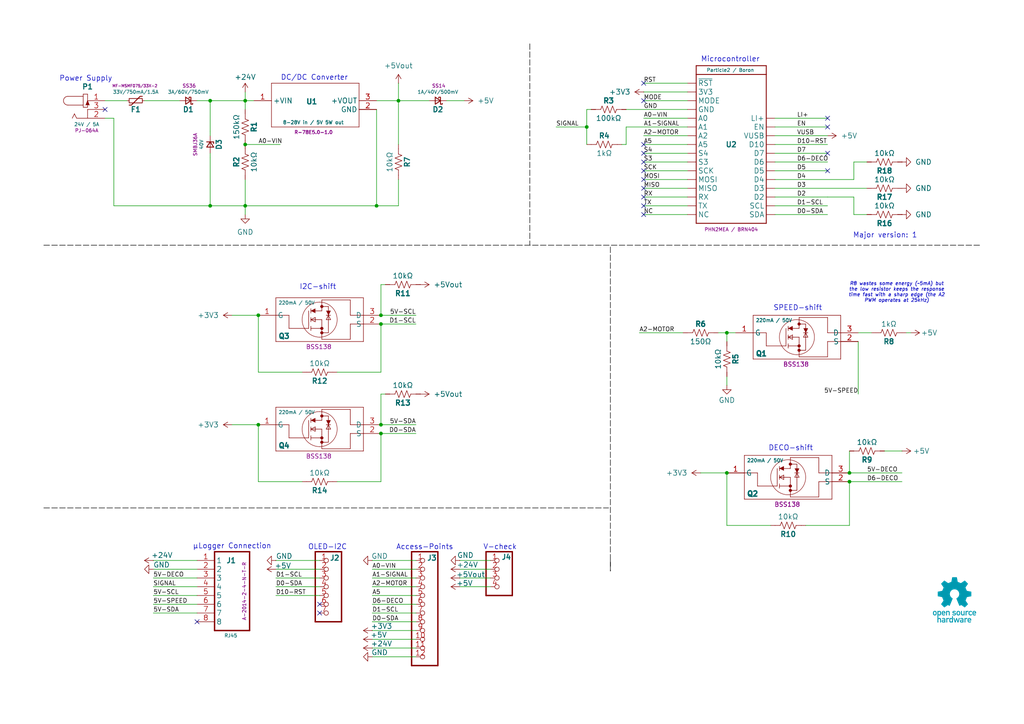
<source format=kicad_sch>
(kicad_sch (version 20250114) (generator "eeschema") (generator_version "9.0")
  (paper "A4")
  (title_block (title "${PROJ_TITLE}") (date "2025-12-08") (rev "${PROJ_REV}") (comment 1 "https://creativecommons.org/licenses/by-sa/4.0/") (comment 2 "Released under the Creative Commons Share-Alike 4.0 License") (comment 3 "Designed by ${PROJ_AUTHOR}"))
  (lib_symbols
    (symbol "symbols:+24V" (power) (pin_numbers (hide yes)) (pin_names (offset 0) (hide yes))
      (property "Value" "+24V" (at 0 3.556 0))
      (symbol "+24V_1_1"
        (pin power_in line (at 0 0 90) (length 0) (name "~") (number "1"))
      )
    )
    (symbol "symbols:+3V3" (power) (pin_numbers (hide yes)) (pin_names (offset 0) (hide yes))
      (property "Value" "+3V3" (at -0.508 3.81 0))
      (symbol "+3V3_1_1"
        (pin power_in line (at 0 0 90) (length 0) (name "~") (number "1"))
      )
    )
    (symbol "symbols:+5V" (power) (pin_numbers (hide yes)) (pin_names (offset 0) (hide yes))
      (property "Value" "+5V" (at 0 3.556 0))
      (symbol "+5V_1_1"
        (pin power_in line (at 0 0 90) (length 0) (name "~") (number "1"))
      )
    )
    (symbol "symbols:+5Vout" (power) (pin_numbers (hide yes)) (pin_names (offset 0) (hide yes))
      (property "Value" "+5Vout" (at 0 3.556 0))
      (symbol "+5Vout_1_1"
        (pin power_in line (at 0 0 90) (length 0) (name "~") (number "1"))
      )
    )
    (symbol "symbols:DC_DC_converter_R-78E5.0-1.0"
      (property "Reference" "U" (at 19.304 -0.254 0))
      (property "Value" "8-28V in / 5V 5W out" (at 10.922 -6.858 0))
      (property "MPN" "R-78E5.0-1.0" (at 19.812 -9.144 0))
      (symbol "DC_DC_converter_R-78E5.0-1.0_1_0"
        (pin power_in line (at 2.54 0 0) (length 5.08) (name "+VIN") (number "1"))
        (pin output line (at 38.1 0 180) (length 5.08) (name "+VOUT") (number "3"))
        (pin passive line (at 38.1 -2.54 180) (length 5.08) (name "GND") (number "2"))
      )
    )
    (symbol "symbols:D_Schottky_1A_40V_500mV" (pin_numbers (hide yes)) (pin_names (offset 1.016) (hide yes))
      (property "Reference" "D" (at 0 2.54 0))
      (property "Value" "1A/40V/500mV" (at 0 -2.54 0))
      (property "MPN" "SS14" (at -0.254 -4.318 0))
      (symbol "D_Schottky_1A_40V_500mV_1_1"
        (pin passive line (at -2.54 0 0) (length 1.778) (name "K") (number "1"))
        (pin passive line (at 2.54 0 180) (length 1.778) (name "A") (number "2"))
      )
    )
    (symbol "symbols:D_Schottky_3A_60V_750mV" (pin_numbers (hide yes)) (pin_names (offset 1.016) (hide yes))
      (property "Reference" "D" (at 0 2.54 0))
      (property "Value" "3A/60V/750mV" (at 0 -2.54 0))
      (property "MPN" "SS36" (at -0.254 -4.318 0))
      (symbol "D_Schottky_3A_60V_750mV_1_1"
        (pin passive line (at -2.54 0 0) (length 1.778) (name "K") (number "1"))
        (pin passive line (at 2.54 0 180) (length 1.778) (name "A") (number "2"))
      )
    )
    (symbol "symbols:D_Zener_40V" (pin_numbers (hide yes)) (pin_names (offset 1.016) (hide yes))
      (property "Reference" "D" (at 0 2.54 0))
      (property "Value" "40V" (at 0 -2.54 0))
      (property "MPN" "SMBJ36A" (at 0 -4.318 0))
      (symbol "D_Zener_40V_1_1"
        (pin passive line (at -2.54 0 0) (length 1.778) (name "K") (number "1"))
        (pin passive line (at 2.54 0 180) (length 1.778) (name "A") (number "2"))
      )
    )
    (symbol "symbols:Fuse_33V_750mA_1.5A" (pin_numbers (hide yes)) (pin_names (offset 0))
      (property "Reference" "F" (at 0 2.54 0))
      (property "Value" "33V/750mA/1.5A" (at 0 -2.54 0))
      (property "MPN" "MF-MSMF075/33X-2" (at 0.254 -4.318 0))
      (symbol "Fuse_33V_750mA_1.5A_1_1"
        (pin passive line (at -2.54 0 0) (length 0.635) (name "~") (number "1"))
        (pin passive line (at 2.54 0 180) (length 0.635) (name "~") (number "2"))
      )
    )
    (symbol "symbols:GND" (power) (pin_numbers (hide yes)) (pin_names (offset 0) (hide yes))
      (property "Value" "GND" (at 0 -3.81 0))
      (symbol "GND_1_1"
        (pin power_in line (at 0 0 270) (length 0) (name "~") (number "1"))
      )
    )
    (symbol "symbols:PHOTON2"
      (property "Reference" "U" (at 0 0 0))
      (property "Value" "Particle2 / Boron" (at -0.254 21.59 0))
      (property "MPN" "PHN2MEA / BRN404" (at 0 -24.638 0))
      (symbol "PHOTON2_1_0"
        (pin input line (at -12.7 17.78 0) (length 2.54) (name "~{RST}") (number "1"))
        (pin power_in line (at -12.7 15.24 0) (length 2.54) (name "3V3") (number "2"))
        (pin bidirectional line (at -12.7 12.7 0) (length 2.54) (name "MODE") (number "3"))
        (pin power_in line (at -12.7 10.16 0) (length 2.54) (name "GND") (number "4"))
        (pin bidirectional line (at -12.7 7.62 0) (length 2.54) (name "A0") (number "5"))
        (pin bidirectional line (at -12.7 5.08 0) (length 2.54) (name "A1") (number "6"))
        (pin bidirectional line (at -12.7 2.54 0) (length 2.54) (name "A2") (number "7"))
        (pin bidirectional line (at -12.7 0 0) (length 2.54) (name "A5") (number "8"))
        (pin bidirectional line (at -12.7 -2.54 0) (length 2.54) (name "S4") (number "9"))
        (pin bidirectional line (at -12.7 -5.08 0) (length 2.54) (name "S3") (number "10"))
        (pin bidirectional line (at -12.7 -7.62 0) (length 2.54) (name "SCK") (number "11"))
        (pin bidirectional line (at -12.7 -10.16 0) (length 2.54) (name "MOSI") (number "12"))
        (pin bidirectional line (at -12.7 -12.7 0) (length 2.54) (name "MISO") (number "13"))
        (pin bidirectional line (at -12.7 -15.24 0) (length 2.54) (name "RX") (number "14"))
        (pin bidirectional line (at -12.7 -17.78 0) (length 2.54) (name "TX") (number "15"))
        (pin bidirectional line (at -12.7 -20.32 0) (length 2.54) (name "NC") (number "16"))
        (pin power_in line (at 12.7 7.62 180) (length 2.54) (name "LI+") (number "28"))
        (pin input line (at 12.7 5.08 180) (length 2.54) (name "EN") (number "27"))
        (pin power_in line (at 12.7 2.54 180) (length 2.54) (name "VUSB") (number "26"))
        (pin bidirectional line (at 12.7 0 180) (length 2.54) (name "D10") (number "25"))
        (pin bidirectional line (at 12.7 -2.54 180) (length 2.54) (name "D7") (number "24"))
        (pin bidirectional line (at 12.7 -5.08 180) (length 2.54) (name "D6") (number "23"))
        (pin bidirectional line (at 12.7 -7.62 180) (length 2.54) (name "D5") (number "22"))
        (pin bidirectional line (at 12.7 -10.16 180) (length 2.54) (name "D4") (number "21"))
        (pin bidirectional line (at 12.7 -12.7 180) (length 2.54) (name "D3") (number "20"))
        (pin bidirectional line (at 12.7 -15.24 180) (length 2.54) (name "D2") (number "19"))
        (pin bidirectional line (at 12.7 -17.78 180) (length 2.54) (name "SCL") (number "18"))
        (pin bidirectional line (at 12.7 -20.32 180) (length 2.54) (name "SDA") (number "17"))
      )
    )
    (symbol "symbols:PINHD-1X12"
      (property "Reference" "J" (at 0.762 13.208 0))
      (symbol "PINHD-1X12_1_0"
        (pin passive inverted (at -5.08 12.7 0) (length 2.54) (name "1") (number "1"))
        (pin passive inverted (at -5.08 10.16 0) (length 2.54) (name "2") (number "2"))
        (pin passive inverted (at -5.08 7.62 0) (length 2.54) (name "3") (number "3"))
        (pin passive inverted (at -5.08 5.08 0) (length 2.54) (name "4") (number "4"))
        (pin passive inverted (at -5.08 2.54 0) (length 2.54) (name "5") (number "5"))
        (pin passive inverted (at -5.08 0 0) (length 2.54) (name "6") (number "6"))
        (pin passive inverted (at -5.08 -2.54 0) (length 2.54) (name "7") (number "7"))
        (pin passive inverted (at -5.08 -5.08 0) (length 2.54) (name "8") (number "8"))
        (pin passive inverted (at -5.08 -7.62 0) (length 2.54) (name "9") (number "9"))
        (pin passive inverted (at -5.08 -10.16 0) (length 2.54) (name "10") (number "10"))
        (pin passive inverted (at -5.08 -12.7 0) (length 2.54) (name "11") (number "11"))
        (pin passive inverted (at -5.08 -15.24 0) (length 2.54) (name "12") (number "12"))
      )
    )
    (symbol "symbols:PINHD-1X4"
      (property "Reference" "J" (at 0.762 5.842 0))
      (symbol "PINHD-1X4_1_0"
        (pin passive inverted (at -5.08 5.08 0) (length 2.54) (name "1") (number "1"))
        (pin passive inverted (at -5.08 2.54 0) (length 2.54) (name "2") (number "2"))
        (pin passive inverted (at -5.08 0 0) (length 2.54) (name "3") (number "3"))
        (pin passive inverted (at -5.08 -2.54 0) (length 2.54) (name "4") (number "4"))
      )
    )
    (symbol "symbols:PINHD-1X7"
      (property "Reference" "J" (at 0.762 8.382 0))
      (symbol "PINHD-1X7_1_0"
        (pin passive inverted (at -5.08 7.62 0) (length 2.54) (name "1") (number "1"))
        (pin passive inverted (at -5.08 5.08 0) (length 2.54) (name "2") (number "2"))
        (pin passive inverted (at -5.08 2.54 0) (length 2.54) (name "3") (number "3"))
        (pin passive inverted (at -5.08 0 0) (length 2.54) (name "4") (number "4"))
        (pin passive inverted (at -5.08 -2.54 0) (length 2.54) (name "5") (number "5"))
        (pin passive inverted (at -5.08 -5.08 0) (length 2.54) (name "6") (number "6"))
        (pin passive inverted (at -5.08 -7.62 0) (length 2.54) (name "7") (number "7"))
      )
    )
    (symbol "symbols:PWR_JACK_PJ-064A"
      (property "Reference" "P" (at 0 6.604 0))
      (property "Value" "24V / 5A" (at -0.254 -4.318 0))
      (property "MPN" "PJ-064A" (at -0.254 -6.096 0))
      (symbol "PWR_JACK_PJ-064A_1_0"
        (pin passive line (at 5.08 2.54 180) (length 5.08) (name "1") (number "1"))
        (pin passive line (at 5.08 0 180) (length 5.08) (name "3") (number "3"))
        (pin passive line (at 5.08 -2.54 180) (length 5.08) (name "2") (number "2"))
      )
    )
    (symbol "symbols:Q_NMOS_220mA_50V"
      (property "Reference" "Q" (at 8.128 -7.112 0))
      (property "Value" "220mA / 50V" (at 8.382 3.048 0))
      (property "MPN" "BSS138" (at 20.066 -9.144 0))
      (symbol "Q_NMOS_220mA_50V_1_0"
        (pin passive line (at 2.54 0 0) (length 5.08) (name "G") (number "1"))
        (pin passive line (at 38.1 0 180) (length 5.08) (name "D") (number "3"))
        (pin passive line (at 38.1 -2.54 180) (length 5.08) (name "S") (number "2"))
      )
    )
    (symbol "symbols:RJ45_A-2014-2-4-N-T-R"
      (property "Reference" "J" (at -0.254 10.16 0))
      (property "Value" "RJ45" (at -2.286 -12.192 0))
      (property "MPN" "A-2014-2-4-N-T-R" (at 3.556 1.27 90))
      (symbol "RJ45_A-2014-2-4-N-T-R_1_0"
        (pin passive line (at -10.16 10.16 0) (length 5.08) (name "1") (number "1"))
        (pin passive line (at -10.16 7.62 0) (length 5.08) (name "2") (number "2"))
        (pin passive line (at -10.16 5.08 0) (length 5.08) (name "3") (number "3"))
        (pin passive line (at -10.16 2.54 0) (length 5.08) (name "4") (number "4"))
        (pin passive line (at -10.16 0 0) (length 5.08) (name "5") (number "5"))
        (pin passive line (at -10.16 -2.54 0) (length 5.08) (name "6") (number "6"))
        (pin passive line (at -10.16 -5.08 0) (length 5.08) (name "7") (number "7"))
        (pin passive line (at -10.16 -7.62 0) (length 5.08) (name "8") (number "8"))
      )
    )
    (symbol "symbols:R_US" (pin_numbers (hide yes)) (pin_names (offset 0))
      (property "Reference" "R" (at 0 -2.54 0))
      (property "Value" "Ω" (at 0 2.54 0))
      (symbol "R_US_1_1"
        (pin passive line (at -5.08 0 0) (length 1.27) (name "~") (number "2"))
        (pin passive line (at 5.08 0 180) (length 1.27) (name "~") (number "1"))
      )
    )
  )
  (text "Major version: 1 " (at 257.302 68.326 0) (effects (font (size 1.5 1.5))))
  (text "µLogger Connection\n" (at 67.31 158.496 0) (effects (font (size 1.5 1.5))))
  (text "Microcontroller\n" (at 211.836 17.272 0) (effects (font (size 1.5 1.5))))
  (text "R8 wastes some energy (~5mA) but\nthe low resistor keeps the response\ntime fast with a sharp edge (the A2\nPWM operates at 25kHz)" (at 260.096 84.836 0) (effects (font (size 1 1) (italic yes))))
  (text "SPEED-shift" (at 231.394 89.408 0) (effects (font (size 1.5 1.5))))
  (text "Power Supply" (at 24.892 22.86 0) (effects (font (size 1.5 1.5))))
  (text "DC/DC Converter" (at 91.186 22.606 0) (effects (font (size 1.5 1.5))))
  (text "Access-Points" (at 123.19 158.75 0) (effects (font (size 1.5 1.5))))
  (text "V-check" (at 145.034 158.75 0) (effects (font (size 1.5 1.5))))
  (text "DECO-shift" (at 229.362 130.048 0) (effects (font (size 1.5 1.5))))
  (text "I2C-shift" (at 92.202 83.312 0) (effects (font (size 1.5 1.5))))
  (text "OLED-I2C" (at 94.996 158.75 0) (effects (font (size 1.5 1.5))))
  (junction (at 74.93 91.44))
  (junction (at 170.18 36.83))
  (junction (at 60.96 29.21))
  (junction (at 110.49 125.73))
  (junction (at 246.38 139.7))
  (junction (at 60.96 59.69))
  (junction (at 74.93 123.19))
  (junction (at 71.12 59.69))
  (junction (at 71.12 29.21))
  (junction (at 210.82 96.52))
  (junction (at 110.49 91.44))
  (junction (at 109.22 59.69))
  (junction (at 110.49 93.98))
  (junction (at 110.49 123.19))
  (junction (at 115.57 29.21))
  (junction (at 246.38 137.16))
  (junction (at 71.12 41.91))
  (junction (at 210.82 137.16))
  (no_connect (at 186.69 41.91))
  (no_connect (at 186.69 52.07))
  (no_connect (at 186.69 24.13))
  (no_connect (at 240.03 44.45))
  (no_connect (at 240.03 36.83))
  (no_connect (at 186.69 62.23))
  (no_connect (at 186.69 29.21))
  (no_connect (at 186.69 57.15))
  (no_connect (at 30.48 31.75))
  (no_connect (at 186.69 46.99))
  (no_connect (at 186.69 49.53))
  (no_connect (at 240.03 49.53))
  (no_connect (at 92.71 175.26))
  (no_connect (at 240.03 34.29))
  (no_connect (at 92.71 177.8))
  (no_connect (at 57.15 180.34))
  (no_connect (at 186.69 44.45))
  (no_connect (at 186.69 54.61))
  (no_connect (at 186.69 59.69))
  (wire (pts (xy 60.96 45.72) (xy 60.96 59.69)) (stroke (width 0.1524)))
  (wire (pts (xy 248.92 96.52) (xy 252.73 96.52)) (stroke (width 0.1524)))
  (wire (pts (xy 110.49 93.98) (xy 120.65 93.98)))
  (wire (pts (xy 120.65 180.34) (xy 107.95 180.34)) (stroke (width 0.1524)))
  (wire (pts (xy 240.03 39.37) (xy 231.14 39.37)))
  (wire (pts (xy 41.91 29.21) (xy 52.07 29.21)) (stroke (width 0.1524)))
  (wire (pts (xy 170.18 36.83) (xy 161.29 36.83)) (stroke (width 0.1524)))
  (wire (pts (xy 199.39 57.15) (xy 186.69 57.15)) (stroke (width 0.1524)))
  (wire (pts (xy 110.49 91.44) (xy 110.49 82.55)))
  (wire (pts (xy 57.15 162.56) (xy 44.45 162.56)) (stroke (width 0.1524)))
  (wire (pts (xy 210.82 137.16) (xy 210.82 152.4)) (stroke (width 0.1524)))
  (wire (pts (xy 74.93 107.95) (xy 74.93 91.44)))
  (wire (pts (xy 247.65 46.99) (xy 247.65 52.07)) (stroke (width 0.1524)))
  (wire (pts (xy 57.15 167.64) (xy 44.45 167.64)) (stroke (width 0.1524)))
  (wire (pts (xy 231.14 39.37) (xy 224.79 39.37)) (stroke (width 0.1524)))
  (wire (pts (xy 246.38 152.4) (xy 246.38 139.7)) (stroke (width 0.1524)))
  (wire (pts (xy 110.49 82.55) (xy 111.76 82.55)))
  (wire (pts (xy 67.31 91.44) (xy 74.93 91.44)))
  (wire (pts (xy 199.39 34.29) (xy 186.69 34.29)) (stroke (width 0.1524)))
  (wire (pts (xy 210.82 137.16) (xy 203.2 137.16)) (stroke (width 0.1524)))
  (wire (pts (xy 246.38 137.16) (xy 246.38 130.81)) (stroke (width 0.1524)))
  (wire (pts (xy 60.96 38.1) (xy 60.96 39.37)))
  (wire (pts (xy 199.39 26.67) (xy 186.69 26.67)) (stroke (width 0.1524)))
  (wire (pts (xy 57.15 165.1) (xy 44.45 165.1)) (stroke (width 0.1524)))
  (wire (pts (xy 199.39 29.21) (xy 186.69 29.21)) (stroke (width 0.1524)))
  (wire (pts (xy 33.02 34.29) (xy 30.48 34.29)) (stroke (width 0.1524)))
  (wire (pts (xy 247.65 62.23) (xy 247.65 57.15)))
  (wire (pts (xy 60.96 44.45) (xy 60.96 45.72)))
  (wire (pts (xy 224.79 54.61) (xy 251.46 54.61)) (stroke (width 0.1524)))
  (wire (pts (xy 120.65 177.8) (xy 107.95 177.8)) (stroke (width 0.1524)))
  (wire (pts (xy 247.65 46.99) (xy 251.46 46.99)) (stroke (width 0.1524)))
  (wire (pts (xy 181.61 41.91) (xy 181.61 36.83)) (stroke (width 0.1524)))
  (wire (pts (xy 115.57 29.21) (xy 109.22 29.21)))
  (wire (pts (xy 71.12 62.23) (xy 71.12 59.69)))
  (wire (pts (xy 124.46 29.21) (xy 115.57 29.21)))
  (wire (pts (xy 224.79 49.53) (xy 240.03 49.53)) (stroke (width 0.1524)))
  (wire (pts (xy 87.63 107.95) (xy 74.93 107.95)))
  (wire (pts (xy 71.12 41.91) (xy 81.28 41.91)) (stroke (width 0.1524)))
  (wire (pts (xy 92.71 172.72) (xy 80.01 172.72)) (stroke (width 0.1524)))
  (wire (pts (xy 199.39 62.23) (xy 186.69 62.23)) (stroke (width 0.1524)))
  (wire (pts (xy 110.49 123.19) (xy 110.49 114.3)))
  (wire (pts (xy 210.82 152.4) (xy 223.52 152.4)) (stroke (width 0.1524)))
  (wire (pts (xy 210.82 99.06) (xy 210.82 96.52)) (stroke (width 0.1524)))
  (wire (pts (xy 224.79 34.29) (xy 240.03 34.29)) (stroke (width 0.1524)))
  (wire (pts (xy 110.49 125.73) (xy 120.65 125.73)))
  (wire (pts (xy 120.65 167.64) (xy 107.95 167.64)) (stroke (width 0.1524)))
  (wire (pts (xy 33.02 34.29) (xy 33.02 59.69)) (stroke (width 0.1524)))
  (wire (pts (xy 224.79 41.91) (xy 240.03 41.91)) (stroke (width 0.1524)))
  (wire (pts (xy 246.38 139.7) (xy 261.62 139.7)) (stroke (width 0.1524)))
  (wire (pts (xy 170.18 31.75) (xy 170.18 36.83)))
  (wire (pts (xy 120.65 185.42) (xy 107.95 185.42)) (stroke (width 0.1524)))
  (wire (pts (xy 199.39 49.53) (xy 186.69 49.53)) (stroke (width 0.1524)))
  (wire (pts (xy 120.65 162.56) (xy 107.95 162.56)) (stroke (width 0.1524)))
  (wire (pts (xy 57.15 170.18) (xy 44.45 170.18)) (stroke (width 0.1524)))
  (wire (pts (xy 248.92 99.06) (xy 248.92 114.3)) (stroke (width 0.1524)))
  (wire (pts (xy 233.68 152.4) (xy 246.38 152.4)) (stroke (width 0.1524)))
  (wire (pts (xy 60.96 59.69) (xy 71.12 59.69)) (stroke (width 0.1524)))
  (wire (pts (xy 262.89 96.52) (xy 264.16 96.52)) (stroke (width 0.1524)))
  (wire (pts (xy 224.79 59.69) (xy 240.03 59.69)) (stroke (width 0.1524)))
  (wire (pts (xy 120.65 165.1) (xy 107.95 165.1)) (stroke (width 0.1524)))
  (wire (pts (xy 71.12 26.67) (xy 71.12 29.21)))
  (wire (pts (xy 199.39 24.13) (xy 186.69 24.13)) (stroke (width 0.1524)))
  (wire (pts (xy 120.65 175.26) (xy 107.95 175.26)) (stroke (width 0.1524)))
  (wire (pts (xy 115.57 24.13) (xy 115.57 29.21)))
  (wire (pts (xy 213.36 96.52) (xy 210.82 96.52)) (stroke (width 0.1524)))
  (wire (pts (xy 57.15 172.72) (xy 44.45 172.72)) (stroke (width 0.1524)))
  (wire (pts (xy 240.03 46.99) (xy 224.79 46.99)) (stroke (width 0.1524)))
  (wire (pts (xy 251.46 62.23) (xy 247.65 62.23)))
  (wire (pts (xy 199.39 54.61) (xy 186.69 54.61)) (stroke (width 0.1524)))
  (wire (pts (xy 92.71 167.64) (xy 80.01 167.64)) (stroke (width 0.1524)))
  (wire (pts (xy 256.54 130.81) (xy 261.62 130.81)) (stroke (width 0.1524)))
  (wire (pts (xy 110.49 139.7) (xy 110.49 125.73)))
  (wire (pts (xy 199.39 44.45) (xy 186.69 44.45)) (stroke (width 0.1524)))
  (wire (pts (xy 199.39 52.07) (xy 186.69 52.07)) (stroke (width 0.1524)))
  (wire (pts (xy 71.12 52.07) (xy 71.12 59.69)) (stroke (width 0.1524)))
  (wire (pts (xy 181.61 31.75) (xy 199.39 31.75)))
  (wire (pts (xy 170.18 41.91) (xy 170.18 36.83)))
  (wire (pts (xy 87.63 139.7) (xy 74.93 139.7)))
  (wire (pts (xy 71.12 29.21) (xy 73.66 29.21)) (stroke (width 0.1524)))
  (wire (pts (xy 247.65 57.15) (xy 240.03 57.15)))
  (wire (pts (xy 33.02 59.69) (xy 60.96 59.69)) (stroke (width 0.1524)))
  (wire (pts (xy 115.57 52.07) (xy 115.57 59.69)))
  (wire (pts (xy 115.57 29.21) (xy 115.57 41.91)))
  (wire (pts (xy 142.24 170.18) (xy 133.35 170.18)) (stroke (width 0.1524)))
  (wire (pts (xy 171.45 31.75) (xy 170.18 31.75)))
  (polyline (pts (xy 177.0407 71.632) (xy 177.0407 165.612)) (stroke (width 0) (type dash) (color 0 0 0 1)))
  (wire (pts (xy 57.15 177.8) (xy 44.45 177.8)) (stroke (width 0.1524)))
  (wire (pts (xy 142.24 165.1) (xy 133.35 165.1)) (stroke (width 0.1524)))
  (wire (pts (xy 129.54 29.21) (xy 134.62 29.21)))
  (wire (pts (xy 199.39 59.69) (xy 186.69 59.69)) (stroke (width 0.1524)))
  (wire (pts (xy 71.12 59.69) (xy 109.22 59.69)) (stroke (width 0.1524)))
  (wire (pts (xy 247.65 52.07) (xy 224.79 52.07)) (stroke (width 0.1524)))
  (wire (pts (xy 110.49 107.95) (xy 110.49 93.98)))
  (wire (pts (xy 120.65 190.5) (xy 107.95 190.5)) (stroke (width 0.1524)))
  (wire (pts (xy 246.38 137.16) (xy 261.62 137.16)) (stroke (width 0.1524)))
  (wire (pts (xy 67.31 123.19) (xy 74.93 123.19)))
  (wire (pts (xy 92.71 162.56) (xy 80.01 162.56)) (stroke (width 0.1524)))
  (wire (pts (xy 110.49 91.44) (xy 120.65 91.44)))
  (wire (pts (xy 60.96 29.21) (xy 71.12 29.21)) (stroke (width 0.1524)))
  (wire (pts (xy 224.79 44.45) (xy 240.03 44.45)) (stroke (width 0.1524)))
  (wire (pts (xy 92.71 165.1) (xy 80.01 165.1)) (stroke (width 0.1524)))
  (wire (pts (xy 71.12 31.75) (xy 71.12 29.21)) (stroke (width 0.1524)))
  (wire (pts (xy 142.24 162.56) (xy 133.35 162.56)) (stroke (width 0.1524)))
  (wire (pts (xy 142.24 167.64) (xy 133.35 167.64)) (stroke (width 0.1524)))
  (wire (pts (xy 110.49 114.3) (xy 111.76 114.3)))
  (wire (pts (xy 224.79 62.23) (xy 240.03 62.23)) (stroke (width 0.1524)))
  (polyline (pts (xy 153.67 12.7) (xy 153.67 71.12)) (stroke (width 0) (type dash) (color 0 0 0 1)))
  (polyline (pts (xy 177.0407 162.56) (xy 177.0407 165.612)) (stroke (width 0) (type dash) (color 0 0 0 1)))
  (wire (pts (xy 120.65 187.96) (xy 107.95 187.96)) (stroke (width 0.1524)))
  (wire (pts (xy 120.65 172.72) (xy 107.95 172.72)) (stroke (width 0.1524)))
  (wire (pts (xy 92.71 170.18) (xy 80.01 170.18)) (stroke (width 0.1524)))
  (wire (pts (xy 57.15 29.21) (xy 60.96 29.21)) (stroke (width 0.1524)))
  (wire (pts (xy 30.48 29.21) (xy 36.83 29.21)) (stroke (width 0.1524)))
  (wire (pts (xy 224.79 36.83) (xy 240.03 36.83)) (stroke (width 0.1524)))
  (wire (pts (xy 224.79 57.15) (xy 240.03 57.15)) (stroke (width 0.1524)))
  (wire (pts (xy 210.82 109.22) (xy 210.82 111.76)) (stroke (width 0.1524)))
  (wire (pts (xy 210.82 96.52) (xy 208.28 96.52)) (stroke (width 0.1524)))
  (wire (pts (xy 115.57 59.69) (xy 109.22 59.69)))
  (wire (pts (xy 109.22 31.75) (xy 109.22 59.69)) (stroke (width 0.1524)))
  (wire (pts (xy 181.61 36.83) (xy 199.39 36.83)) (stroke (width 0.1524)))
  (wire (pts (xy 60.96 29.21) (xy 60.96 38.1)) (stroke (width 0.1524)))
  (polyline (pts (xy 12.7 71.12) (xy 284.48 71.12)) (stroke (width 0) (type dash) (color 0 0 0 1)))
  (wire (pts (xy 97.79 107.95) (xy 110.49 107.95)))
  (wire (pts (xy 199.39 39.37) (xy 186.69 39.37)) (stroke (width 0.1524)))
  (wire (pts (xy 110.49 123.19) (xy 120.65 123.19)))
  (wire (pts (xy 97.79 139.7) (xy 110.49 139.7)))
  (wire (pts (xy 57.15 175.26) (xy 44.45 175.26)) (stroke (width 0.1524)))
  (wire (pts (xy 74.93 139.7) (xy 74.93 123.19)))
  (wire (pts (xy 199.39 41.91) (xy 186.69 41.91)) (stroke (width 0.1524)))
  (wire (pts (xy 199.39 46.99) (xy 186.69 46.99)) (stroke (width 0.1524)))
  (wire (pts (xy 198.12 96.52) (xy 185.42 96.52)) (stroke (width 0.1524)))
  (wire (pts (xy 120.65 170.18) (xy 107.95 170.18)) (stroke (width 0.1524)))
  (polyline (pts (xy 12.7 147.32) (xy 176.53 147.32)) (stroke (width 0) (type dash) (color 0 0 0 1)))
  (wire (pts (xy 120.65 182.88) (xy 107.95 182.88)) (stroke (width 0.1524)))
  (wire (pts (xy 181.61 41.91) (xy 180.34 41.91)) (stroke (width 0.1524)))
  (image (at 276.86 173.99) (scale 0.05))
  (label "D10-RST" (at 80.01 172.72 0) (effects (font (size 1.2446 1.2446))))
  (label "SIGNAL" (at 161.29 36.83 0) (effects (font (size 1.2446 1.2446))))
  (label "NC" (at 186.69 62.23 0) (effects (font (size 1.2446 1.2446))))
  (label "D4" (at 231.14 52.07 0) (effects (font (size 1.2446 1.2446))))
  (label "D2" (at 231.14 57.15 0) (effects (font (size 1.2446 1.2446))))
  (label "A5" (at 186.69 41.91 0) (effects (font (size 1.2446 1.2446))))
  (label "S3" (at 186.69 46.99 0) (effects (font (size 1.2446 1.2446))))
  (label "A0-VIN" (at 186.69 34.29 0) (effects (font (size 1.2446 1.2446))))
  (label "D6-DECO" (at 231.14 46.99 0) (effects (font (size 1.2446 1.2446))))
  (label "A1-SIGNAL" (at 107.95 167.64 0) (effects (font (size 1.2446 1.2446))))
  (label "GND" (at 186.69 31.75 0) (effects (font (size 1.2446 1.2446))))
  (label "A5" (at 107.95 172.72 0) (effects (font (size 1.2446 1.2446))))
  (label "5V-SPEED" (at 44.45 175.26 0) (effects (font (size 1.2446 1.2446))))
  (label "TX" (at 186.69 59.69 0) (effects (font (size 1.2446 1.2446))))
  (label "5V-SCL" (at 44.45 172.72 0) (effects (font (size 1.2446 1.2446))))
  (label "A2-MOTOR" (at 107.95 170.18 0) (effects (font (size 1.2446 1.2446))))
  (label "5V-SDA" (at 44.45 177.8 0) (effects (font (size 1.2446 1.2446))))
  (label "D0-SDA" (at 107.95 180.34 0) (effects (font (size 1.2446 1.2446))))
  (label "5V-SCL" (at 120.65 91.44 180))
  (label "D5" (at 231.14 49.53 0) (effects (font (size 1.2446 1.2446))))
  (label "D7" (at 231.14 44.45 0) (effects (font (size 1.2446 1.2446))))
  (label "D6-DECO" (at 251.46 139.7 0) (effects (font (size 1.2446 1.2446))))
  (label "D0-SDA" (at 231.14 62.23 0) (effects (font (size 1.2446 1.2446))))
  (label "D1-SCL" (at 80.01 167.64 0) (effects (font (size 1.2446 1.2446))))
  (label "RX" (at 186.69 57.15 0) (effects (font (size 1.2446 1.2446))))
  (label "MODE" (at 186.69 29.21 0) (effects (font (size 1.2446 1.2446))))
  (label "D10-RST" (at 231.14 41.91 0) (effects (font (size 1.2446 1.2446))))
  (label "SIGNAL" (at 44.45 170.18 0) (effects (font (size 1.2446 1.2446))))
  (label "D6-DECO" (at 107.95 175.26 0) (effects (font (size 1.2446 1.2446))))
  (label "D0-SDA" (at 80.01 170.18 0) (effects (font (size 1.2446 1.2446))))
  (label "RST" (at 186.69 24.13 0) (effects (font (size 1.2446 1.2446))))
  (label "5V-DECO" (at 44.45 167.64 0) (effects (font (size 1.2446 1.2446))))
  (label "S4" (at 186.69 44.45 0) (effects (font (size 1.2446 1.2446))))
  (label "SCK" (at 186.69 49.53 0) (effects (font (size 1.2446 1.2446))))
  (label "A2-MOTOR" (at 186.69 39.37 0) (effects (font (size 1.2446 1.2446))))
  (label "D1-SCL" (at 231.14 59.69 0) (effects (font (size 1.2446 1.2446))))
  (label "D3" (at 231.14 54.61 0) (effects (font (size 1.2446 1.2446))))
  (label "D1-SCL" (at 107.95 177.8 0) (effects (font (size 1.2446 1.2446))))
  (label "LI+" (at 231.14 34.29 0) (effects (font (size 1.2446 1.2446))))
  (label "D1-SCL" (at 120.65 93.98 180))
  (label "A2-MOTOR" (at 185.42 96.52 0) (effects (font (size 1.2446 1.2446))))
  (label "D0-SDA" (at 120.65 125.73 180))
  (label "MOSI" (at 186.69 52.07 0) (effects (font (size 1.2446 1.2446))))
  (label "5V-SDA" (at 120.65 123.19 180))
  (label "A1-SIGNAL" (at 186.69 36.83 0) (effects (font (size 1.2446 1.2446))))
  (label "MISO" (at 186.69 54.61 0) (effects (font (size 1.2446 1.2446))))
  (label "VUSB" (at 231.14 39.37 0) (effects (font (size 1.2446 1.2446))))
  (label "A0-VIN" (at 74.93 41.91 0) (effects (font (size 1.2446 1.2446))))
  (label "5V-SPEED" (at 248.92 114.3 180) (effects (font (size 1.2446 1.2446))))
  (label "EN" (at 231.14 36.83 0) (effects (font (size 1.2446 1.2446))))
  (label "5V-DECO" (at 251.46 137.16 0) (effects (font (size 1.2446 1.2446))))
  (label "A0-VIN" (at 107.95 165.1 0) (effects (font (size 1.2446 1.2446))))
  (symbol (lib_id "symbols:+5V") (at 134.62 29.21 270) (unit 1)
    (property "Reference" "#PWR05" (effects (hide yes)))
    (property "Value" "+5V" (at 138.43 29.21 90) (effects (font (size 1.5 1.5)) (justify left)))
    (property "Description" "Power symbol creates a global label with name \"+5V\"" (effects (hide yes)))
  )
  (symbol (lib_id "symbols:R_US") (at 256.54 54.61 0) (unit 1)
    (property "Reference" "R17" (at 256.54 57.15 0) (effects (font (size 1.5 1.5) (thickness 0.3) (bold yes))))
    (property "Value" "10kΩ" (at 256.54 52.07 0) (effects (font (size 1.5 1.5))))
    (property "Footprint" "footprints:R_1206" (effects (hide yes)))
    (property "Description" "Resistor, US symbol" (effects (hide yes)))
  )
  (symbol (lib_id "symbols:R_US") (at 92.71 139.7 0) (unit 1)
    (property "Reference" "R14" (at 92.71 142.24 0) (effects (font (size 1.5 1.5) (thickness 0.3) (bold yes))))
    (property "Value" "10kΩ" (at 92.71 137.16 0) (effects (font (size 1.5 1.5))))
    (property "Footprint" "footprints:R_1206" (effects (hide yes)))
    (property "Description" "Resistor, US symbol" (effects (hide yes)))
  )
  (symbol (lib_id "symbols:R_US") (at 228.6 152.4 0) (unit 1)
    (property "Reference" "R10" (at 228.6 154.94 0) (effects (font (size 1.5 1.5) (thickness 0.3) (bold yes))))
    (property "Value" "10kΩ" (at 228.6 149.86 0) (effects (font (size 1.5 1.5))))
    (property "Footprint" "footprints:R_1206" (effects (hide yes)))
    (property "Description" "Resistor, US symbol" (effects (hide yes)))
  )
  (symbol (lib_id "symbols:+3V3") (at 186.69 26.67 90) (unit 1)
    (property "Reference" "#PWR024" (effects (hide yes)))
    (property "Value" "+3V3" (at 182.88 26.67 90) (effects (font (size 1.5 1.5)) (justify left)))
    (property "Description" "Power symbol creates a global label with name \"+5V\"" (effects (hide yes)))
  )
  (symbol (lib_id "symbols:+24V") (at 133.35 165.1 90) (unit 1)
    (property "Reference" "#PWR012" (effects (hide yes)))
    (property "Value" "+24V" (at 138.684 163.83 90) (effects (font (size 1.5 1.5)) (justify left)))
    (property "Description" "Power symbol creates a global label with name \"+24V\"" (effects (hide yes)))
  )
  (symbol (lib_id "symbols:GND") (at 80.01 162.56 270) (unit 1)
    (property "Reference" "#PWR018" (effects (hide yes)))
    (property "Value" "GND" (at 84.836 161.29 90) (effects (font (size 1.5 1.5)) (justify right)))
    (property "Description" "Power symbol creates a global label with name \"GND\" , ground" (effects (hide yes)))
  )
  (symbol (lib_id "symbols:+5V") (at 107.95 185.42 90) (unit 1)
    (property "Reference" "#PWR019" (effects (hide yes)))
    (property "Value" "+5V" (at 112.268 184.15 90) (effects (font (size 1.5 1.5)) (justify left)))
    (property "Description" "Power symbol creates a global label with name \"+5V\"" (effects (hide yes)))
  )
  (symbol (lib_id "symbols:RJ45_A-2014-2-4-N-T-R") (at 67.31 172.72 0) (unit 1)
    (property "Reference" "J1" (at 67.056 162.56 0) (effects (font (size 1.5 1.5) (thickness 0.3) (bold yes))))
    (property "Value" "RJ45" (at 65.024 184.912 0) (effects (font (size 1 1)) (justify left bottom)))
    (property "Footprint" "footprints:RJ45_A-2014-2-4-N-T-R" (effects (hide yes)))
    (property "Datasheet" "http://www.assmann-wsw.com/uploads/datasheets/ASS_7329_CO.pdf" (effects (hide yes)))
    (property "Description" "Jack Modular Connector 8p8c (RJ45, Ethernet) Vertical Unshielded" (effects (hide yes)))
    (property "DigiKey" "AE10396-ND" (effects (hide yes)))
    (property "DigiKeyURL" "https://www.digikey.com/en/products/detail/assmann-wsw-components/A-2014-2-4-N-T-R/2183647" (effects (hide yes)))
    (property "MPN" "A-2014-2-4-N-T-R" (at 70.866 171.45 90) (effects (font (size 1 1))))
  )
  (symbol (lib_id "symbols:GND") (at 133.35 162.56 270) (unit 1)
    (property "Reference" "#PWR013" (effects (hide yes)))
    (property "Value" "GND" (at 137.414 161.036 90) (effects (font (size 1.5 1.5)) (justify right)))
    (property "Description" "Power symbol creates a global label with name \"GND\" , ground" (effects (hide yes)))
  )
  (symbol (lib_id "symbols:R_US") (at 71.12 36.83 90) (unit 1)
    (property "Reference" "R1" (at 73.66 36.83 0) (effects (font (size 1.5 1.5) (thickness 0.3) (bold yes))))
    (property "Value" "150kΩ" (at 68.58 36.83 0) (effects (font (size 1.5 1.5))))
    (property "Footprint" "footprints:R_1206" (effects (hide yes)))
    (property "Description" "Resistor, US symbol" (effects (hide yes)))
    (property "JLCPCB" "C17916" (effects (hide yes)))
    (property "JLCPCBURL" "https://jlcpcb.com/partdetail/18604-1206W4F1503T5E/C17916" (effects (hide yes)))
  )
  (symbol (lib_id "symbols:PHOTON2") (at 212.09 41.91 0) (unit 1)
    (property "Reference" "U2" (at 212.09 41.91 0) (effects (font (size 1.5 1.5) (thickness 0.3) (bold yes))))
    (property "Value" "Particle2 / Boron" (at 211.836 20.32 0) (effects (font (size 1 1))))
    (property "Footprint" "footprints:PHOTON2" (effects (hide yes)))
    (property "Datasheet" "https://docs.particle.io/reference/datasheets/wi-fi/photon-2-datasheet/" (effects (hide yes)))
    (property "Description" "Particle Photon 2 Wi-Fi enabled development kit" (effects (hide yes)))
    (property "ParticleURL" "https://store.particle.io/collections/wifi/products/photon-2" (effects (hide yes)))
    (property "MPN" "PHN2MEA / BRN404" (at 212.09 66.548 0) (effects (font (size 1 1))))
  )
  (symbol (lib_id "symbols:+5Vout") (at 133.35 167.64 90) (unit 1)
    (property "Reference" "#PWR030" (effects (hide yes)))
    (property "Value" "+5Vout" (at 140.716 166.624 90) (effects (font (size 1.5 1.5)) (justify left)))
    (property "Description" "Power symbol creates a global label with name \"+5V\"" (effects (hide yes)))
  )
  (symbol (lib_id "symbols:R_US") (at 210.82 104.14 90) (unit 1)
    (property "Reference" "R5" (at 213.36 104.14 0) (effects (font (size 1.5 1.5) (thickness 0.3) (bold yes))))
    (property "Value" "10kΩ" (at 208.28 104.14 0) (effects (font (size 1.5 1.5))))
    (property "Footprint" "footprints:R_1206" (effects (hide yes)))
    (property "Description" "Resistor, US symbol" (effects (hide yes)))
    (property "JLCPCB" "C17902" (effects (hide yes)))
    (property "JLCPCBURL" "https://jlcpcb.com/partdetail/18590-1206W4F1002T5E/C17902" (effects (hide yes)))
  )
  (symbol (lib_id "symbols:R_US") (at 256.54 62.23 0) (unit 1)
    (property "Reference" "R16" (at 256.54 64.77 0) (effects (font (size 1.5 1.5) (thickness 0.3) (bold yes))))
    (property "Value" "10kΩ" (at 256.54 59.69 0) (effects (font (size 1.5 1.5))))
    (property "Footprint" "footprints:R_1206" (effects (hide yes)))
    (property "Description" "Resistor, US symbol" (effects (hide yes)))
  )
  (symbol (lib_id "symbols:D_Schottky_3A_60V_750mV") (at 54.61 29.21 180) (unit 1)
    (property "Reference" "D1" (at 54.61 31.75 0) (effects (font (size 1.5 1.5) (thickness 0.3) (bold yes))))
    (property "Value" "3A/60V/750mV" (at 54.61 26.67 0) (effects (font (size 1 1))))
    (property "Footprint" "footprints:D_DO-214AB_SMC" (effects (hide yes)))
    (property "Datasheet" "https://www.onsemi.com/pdf/datasheet/ss39-d.pdf" (effects (hide yes)))
    (property "Description" "Diode 60 V 3A Surface Mount DO-214AB (SMC)" (effects (hide yes)))
    (property "DigiKey" "SS36FSCT-ND" (effects (hide yes)))
    (property "MPN" "SS36" (at 54.864 24.892 0) (effects (font (size 1 1))))
    (property "DigiKeyURL" "https://www.digikey.com/en/products/detail/onsemi/SS36/1053019" (effects (hide yes)))
    (property "JLCPCB" "C391251" (effects (hide yes)))
    (property "JLCPCBURL" "https://jlcpcb.com/partdetail/onsemi-SS36/C391251" (effects (hide yes)))
  )
  (symbol (lib_id "symbols:R_US") (at 251.46 130.81 0) (unit 1)
    (property "Reference" "R9" (at 251.46 133.35 0) (effects (font (size 1.5 1.5) (thickness 0.3) (bold yes))))
    (property "Value" "10kΩ" (at 251.46 128.27 0) (effects (font (size 1.5 1.5))))
    (property "Footprint" "footprints:R_1206" (effects (hide yes)))
    (property "Description" "Resistor, US symbol" (effects (hide yes)))
  )
  (symbol (lib_id "symbols:Q_NMOS_220mA_50V") (at 208.28 137.16 0) (unit 1)
    (property "Reference" "Q2" (at 216.408 144.272 0) (effects (font (size 1.5 1.5) (thickness 0.3541) (bold yes)) (justify left bottom)))
    (property "Value" "220mA / 50V" (at 216.662 134.112 0) (effects (font (size 1 1)) (justify left bottom)))
    (property "Footprint" "footprints:SOT-23-3" (effects (hide yes)))
    (property "Datasheet" "https://www.onsemi.jp/pdf/datasheet/bss138-d.pdf" (effects (hide yes)))
    (property "Description" "N-Channel 50 V 2200mA 350mW (Ta) Surface Mount SOT-23-3" (effects (hide yes)))
    (property "DigiKey" "BSS138CT-ND" (effects (hide yes)))
    (property "MPN" "BSS138" (at 228.346 146.304 0))
    (property "DigiKeyURL" "https://www.digikey.com/en/products/detail/onsemi/BSS138/244210" (effects (hide yes)))
    (property "JLCPCB" "C52895" (effects (hide yes)))
    (property "JLCPCBURL" "https://jlcpcb.com/partdetail/onsemi-BSS138/C52895" (effects (hide yes)))
  )
  (symbol (lib_id "symbols:+5V") (at 133.35 170.18 90) (unit 1)
    (property "Reference" "#PWR08" (effects (hide yes)))
    (property "Value" "+5V" (at 137.16 169.164 90) (effects (font (size 1.5 1.5)) (justify left)))
    (property "Description" "Power symbol creates a global label with name \"+5V\"" (effects (hide yes)))
  )
  (symbol (lib_id "symbols:R_US") (at 257.81 96.52 0) (unit 1)
    (property "Reference" "R8" (at 257.81 99.06 0) (effects (font (size 1.5 1.5) (thickness 0.3) (bold yes))))
    (property "Value" "1kΩ" (at 257.81 93.98 0) (effects (font (size 1.5 1.5))))
    (property "Footprint" "footprints:R_1206" (effects (hide yes)))
    (property "Description" "Resistor, US symbol" (effects (hide yes)))
    (property "JLCPCB" "C4410" (effects (hide yes)))
    (property "JLCPCBURL" "https://jlcpcb.com/partdetail/4817-1206W4F1001T5E/C4410" (effects (hide yes)))
  )
  (symbol (lib_id "symbols:R_US") (at 71.12 46.99 270) (unit 1)
    (property "Reference" "R2" (at 68.58 46.99 0) (effects (font (size 1.5 1.5) (thickness 0.3) (bold yes))))
    (property "Value" "10kΩ" (at 73.66 46.99 0) (effects (font (size 1.5 1.5))))
    (property "Footprint" "footprints:R_1206" (effects (hide yes)))
    (property "Description" "Resistor, US symbol" (effects (hide yes)))
  )
  (symbol (lib_id "symbols:+5V") (at 240.03 39.37 270) (unit 1)
    (property "Reference" "#PWR06" (effects (hide yes)))
    (property "Value" "+5V" (at 243.84 39.37 90) (effects (font (size 1.5 1.5)) (justify left)))
    (property "Description" "Power symbol creates a global label with name \"+5V\"" (effects (hide yes)))
  )
  (symbol (lib_id "symbols:+24V") (at 44.45 162.56 90) (unit 1)
    (property "Reference" "#PWR09" (effects (hide yes)))
    (property "Value" "+24V" (at 46.99 161.036 90) (effects (font (size 1.5 1.5))))
    (property "Description" "Power symbol creates a global label with name \"+24V\"" (effects (hide yes)))
  )
  (symbol (lib_id "symbols:+5Vout") (at 115.57 24.13 0) (unit 1)
    (property "Reference" "#PWR029" (effects (hide yes)))
    (property "Value" "+5Vout" (at 115.57 19.05 0) (effects (font (size 1.5 1.5))))
    (property "Description" "Power symbol creates a global label with name \"+5V\"" (effects (hide yes)))
  )
  (symbol (lib_id "symbols:D_Schottky_1A_40V_500mV") (at 127 29.21 180) (unit 1)
    (property "Reference" "D2" (at 127 31.75 0) (effects (font (size 1.5 1.5) (thickness 0.3) (bold yes))))
    (property "Value" "1A/40V/500mV" (at 127 26.67 0) (effects (font (size 1 1))))
    (property "Footprint" "footprints:D_DO-214AC_SMA" (effects (hide yes)))
    (property "Datasheet" "https://www.onsemi.com/pdf/datasheet/ss19-d.pdf" (effects (hide yes)))
    (property "Description" "Diode 40 V 1A Surface Mount DO-214AC (SMA)" (effects (hide yes)))
    (property "DigiKey" "SS14CT-ND" (effects (hide yes)))
    (property "MPN" "SS14" (at 127.254 24.892 0) (effects (font (size 1 1))))
    (property "DigiKeyURL" "https://www.digikey.com/en/products/detail/onsemi/SS14/965474" (effects (hide yes)))
    (property "JLCPCB" "C83852" (effects (hide yes)))
    (property "JLCPCBURL" "https://jlcpcb.com/partdetail/onsemi-SS14/C83852" (effects (hide yes)))
  )
  (symbol (lib_id "symbols:+3V3") (at 67.31 91.44 90) (unit 1)
    (property "Reference" "#PWR023" (effects (hide yes)))
    (property "Value" "+3V3" (at 63.5 91.44 90) (effects (font (size 1.5 1.5)) (justify left)))
    (property "Description" "Power symbol creates a global label with name \"+5V\"" (effects (hide yes)))
  )
  (symbol (lib_id "symbols:+3V3") (at 107.95 182.88 90) (unit 1)
    (property "Reference" "#PWR020" (effects (hide yes)))
    (property "Value" "+3V3" (at 113.792 181.61 90) (effects (font (size 1.5 1.5)) (justify left)))
    (property "Description" "Power symbol creates a global label with name \"+5V\"" (effects (hide yes)))
  )
  (symbol (lib_id "symbols:GND") (at 107.95 190.5 270) (unit 1)
    (property "Reference" "#PWR015" (effects (hide yes)))
    (property "Value" "GND" (at 112.522 189.23 90) (effects (font (size 1.5 1.5)) (justify right)))
    (property "Description" "Power symbol creates a global label with name \"GND\" , ground" (effects (hide yes)))
  )
  (symbol (lib_id "symbols:R_US") (at 116.84 82.55 0) (unit 1)
    (property "Reference" "R11" (at 116.84 85.09 0) (effects (font (size 1.5 1.5) (thickness 0.3) (bold yes))))
    (property "Value" "10kΩ" (at 116.84 80.01 0) (effects (font (size 1.5 1.5))))
    (property "Footprint" "footprints:R_1206" (effects (hide yes)))
    (property "Description" "Resistor, US symbol" (effects (hide yes)))
  )
  (symbol (lib_id "symbols:DC_DC_converter_R-78E5.0-1.0") (at 71.12 29.21 0) (unit 1)
    (property "Reference" "U1" (at 90.424 29.464 0) (effects (font (size 1.5 1.5) (thickness 0.3) (bold yes))))
    (property "Value" "8-28V in / 5V 5W out" (at 82.042 36.068 0) (effects (font (size 1 1)) (justify left bottom)))
    (property "Footprint" "footprints:DC_DC_converter_R-78E5.0-1.0" (effects (hide yes)))
    (property "Datasheet" "https://recom-power.com/pdf/Innoline/R-78E-1.0.pdf" (effects (hide yes)))
    (property "Description" "Linear Regulator Replacement DC DC Converter 1 Output 5V 1A 8V - 28V Input" (effects (hide yes)))
    (property "DigiKey" "945-2201-ND" (effects (hide yes)))
    (property "DigiKeyURL" "https://www.digikey.com/en/products/detail/recom-power/R-78E5-0-1-0/4930585" (effects (hide yes)))
    (property "MPN" "R-78E5.0-1.0" (at 90.932 38.354 0) (effects (font (size 1 1))))
  )
  (symbol (lib_id "symbols:Q_NMOS_220mA_50V") (at 72.39 123.19 0) (unit 1)
    (property "Reference" "Q4" (at 80.518 130.302 0) (effects (font (size 1.5 1.5) (thickness 0.3541) (bold yes)) (justify left bottom)))
    (property "Value" "220mA / 50V" (at 80.772 120.142 0) (effects (font (size 1 1)) (justify left bottom)))
    (property "Footprint" "footprints:SOT-23-3" (effects (hide yes)))
    (property "Datasheet" "https://www.onsemi.jp/pdf/datasheet/bss138-d.pdf" (effects (hide yes)))
    (property "Description" "N-Channel 50 V 2200mA 350mW (Ta) Surface Mount SOT-23-3" (effects (hide yes)))
    (property "MPN" "BSS138" (at 92.456 132.334 0))
    (property "DigiKey" "BSS138CT-ND" (effects (hide yes)))
    (property "DigiKeyURL" "https://www.digikey.com/en/products/detail/onsemi/BSS138/244210" (effects (hide yes)))
    (property "JLCPCB" "C52895" (effects (hide yes)))
    (property "JLCPCBURL" "https://jlcpcb.com/partdetail/onsemi-BSS138/C52895" (effects (hide yes)))
  )
  (symbol (lib_id "symbols:PWR_JACK_PJ-064A") (at 25.4 31.75 0) (unit 1)
    (property "Reference" "P1" (at 25.4 25.146 0) (effects (font (size 1.5 1.5) (thickness 0.3) (bold yes))))
    (property "Value" "24V / 5A" (at 25.146 36.068 0) (effects (font (size 1 1))))
    (property "Footprint" "footprints:PWR_JACK_PJ-064A" (effects (hide yes)))
    (property "Datasheet" "https://www.cuidevices.com/product/resource/pj-064a.pdf" (effects (hide yes)))
    (property "Description" "2.0 mm Center Pin, 5.0 A, Vertical, Panel Mount, PC Pins, Dc Power Jack Connector" (effects (hide yes)))
    (property "DigiKey" "CP-064A-ND" (effects (hide yes)))
    (property "MPN" "PJ-064A" (at 25.146 37.846 0) (effects (font (size 1 1))))
    (property "DigiKeyURL" "https://www.digikey.com/en/products/detail/cui-devices/PJ-064A/2627221" (effects (hide yes)))
  )
  (symbol (lib_id "symbols:GND") (at 44.45 165.1 270) (unit 1)
    (property "Reference" "#PWR017" (effects (hide yes)))
    (property "Value" "GND" (at 49.276 163.83 90) (effects (font (size 1.5 1.5)) (justify right)))
    (property "Description" "Power symbol creates a global label with name \"GND\" , ground" (effects (hide yes)))
  )
  (symbol (lib_id "symbols:+5Vout") (at 121.92 82.55 270) (unit 1)
    (property "Reference" "#PWR027" (effects (hide yes)))
    (property "Value" "+5Vout" (at 125.73 82.55 90) (effects (font (size 1.5 1.5)) (justify left)))
    (property "Description" "Power symbol creates a global label with name \"+5V\"" (effects (hide yes)))
  )
  (symbol (lib_id "symbols:+24V") (at 71.12 26.67 0) (unit 1)
    (property "Reference" "#PWR010" (effects (hide yes)))
    (property "Value" "+24V" (at 71.12 22.352 0) (effects (font (size 1.5 1.5))))
    (property "Description" "Power symbol creates a global label with name \"+24V\"" (effects (hide yes)))
  )
  (symbol (lib_id "symbols:+5V") (at 264.16 96.52 270) (unit 1)
    (property "Reference" "#PWR03" (effects (hide yes)))
    (property "Value" "+5V" (at 269.494 96.52 90) (effects (font (size 1.5 1.5))))
    (property "Description" "Power symbol creates a global label with name \"+5V\"" (effects (hide yes)))
  )
  (symbol (lib_id "symbols:+3V3") (at 67.31 123.19 90) (unit 1)
    (property "Reference" "#PWR026" (effects (hide yes)))
    (property "Value" "+3V3" (at 63.5 123.19 90) (effects (font (size 1.5 1.5)) (justify left)))
    (property "Description" "Power symbol creates a global label with name \"+5V\"" (effects (hide yes)))
  )
  (symbol (lib_id "symbols:GND") (at 210.82 111.76 0) (unit 1)
    (property "Reference" "#PWR025" (effects (hide yes)))
    (property "Value" "GND" (at 210.82 116.078 0) (effects (font (size 1.5 1.5))))
    (property "Description" "Power symbol creates a global label with name \"GND\" , ground" (effects (hide yes)))
  )
  (symbol (lib_id "symbols:R_US") (at 92.71 107.95 0) (unit 1)
    (property "Reference" "R12" (at 92.71 110.49 0) (effects (font (size 1.5 1.5) (thickness 0.3) (bold yes))))
    (property "Value" "10kΩ" (at 92.71 105.41 0) (effects (font (size 1.5 1.5))))
    (property "Footprint" "footprints:R_1206" (effects (hide yes)))
    (property "Description" "Resistor, US symbol" (effects (hide yes)))
  )
  (symbol (lib_id "symbols:PINHD-1X7") (at 97.79 170.18 0) (unit 1)
    (property "Reference" "J2" (at 95.504 162.814 0) (effects (font (size 1.5 1.5) (thickness 0.3) (bold yes)) (justify left bottom)))
    (property "Value" "PINHD-1X7" (effects (hide yes)))
    (property "Footprint" "footprints:PIN_HEADERS_1X07" (effects (hide yes)))
    (property "Description" "PIN HEADER" (effects (hide yes)))
  )
  (symbol (lib_id "symbols:Q_NMOS_220mA_50V") (at 210.82 96.52 0) (unit 1)
    (property "Reference" "Q1" (at 218.948 103.632 0) (effects (font (size 1.5 1.5) (thickness 0.3541) (bold yes)) (justify left bottom)))
    (property "Value" "220mA / 50V" (at 219.202 93.472 0) (effects (font (size 1 1)) (justify left bottom)))
    (property "Footprint" "footprints:SOT-23-3" (effects (hide yes)))
    (property "Datasheet" "https://www.onsemi.jp/pdf/datasheet/bss138-d.pdf" (effects (hide yes)))
    (property "Description" "N-Channel 50 V 2200mA 350mW (Ta) Surface Mount SOT-23-3" (effects (hide yes)))
    (property "DigiKey" "BSS138CT-ND" (effects (hide yes)))
    (property "MPN" "BSS138" (at 230.886 105.664 0))
    (property "DigiKeyURL" "https://www.digikey.com/en/products/detail/onsemi/BSS138/244210" (effects (hide yes)))
    (property "JLCPCB" "C52895" (effects (hide yes)))
    (property "JLCPCBURL" "https://jlcpcb.com/partdetail/onsemi-BSS138/C52895" (effects (hide yes)))
  )
  (symbol (lib_id "symbols:GND") (at 71.12 62.23 0) (unit 1)
    (property "Reference" "#PWR011" (effects (hide yes)))
    (property "Value" "GND" (at 71.12 67.31 0) (effects (font (size 1.5 1.5))))
    (property "Description" "Power symbol creates a global label with name \"GND\" , ground" (effects (hide yes)))
  )
  (symbol (lib_id "symbols:PINHD-1X12") (at 125.73 175.26 0) (unit 1)
    (property "Reference" "J3" (at 123.698 162.814 0) (effects (font (size 1.5 1.5) (thickness 0.3) (bold yes)) (justify left bottom)))
    (property "Value" "PINHD-1X12" (effects (hide yes)))
    (property "Footprint" "footprints:PIN_HEADERS_1X12" (effects (hide yes)))
    (property "Description" "PIN HEADER" (effects (hide yes)))
  )
  (symbol (lib_id "symbols:R_US") (at 256.54 46.99 0) (unit 1)
    (property "Reference" "R18" (at 256.54 49.53 0) (effects (font (size 1.5 1.5) (thickness 0.3) (bold yes))))
    (property "Value" "10kΩ" (at 256.54 44.45 0) (effects (font (size 1.5 1.5))))
    (property "Footprint" "footprints:R_1206" (effects (hide yes)))
    (property "Description" "Resistor, US symbol" (effects (hide yes)))
  )
  (symbol (lib_id "symbols:GND") (at 261.62 54.61 90) (unit 1)
    (property "Reference" "#PWR02" (effects (hide yes)))
    (property "Value" "GND" (at 265.43 54.61 90) (effects (font (size 1.5 1.5)) (justify right)))
    (property "Description" "Power symbol creates a global label with name \"GND\" , ground" (effects (hide yes)))
  )
  (symbol (lib_id "symbols:+5V") (at 261.62 130.81 270) (unit 1)
    (property "Reference" "#PWR04" (effects (hide yes)))
    (property "Value" "+5V" (at 267.208 130.81 90) (effects (font (size 1.5 1.5))))
    (property "Description" "Power symbol creates a global label with name \"+5V\"" (effects (hide yes)))
  )
  (symbol (lib_id "symbols:R_US") (at 175.26 41.91 180) (unit 1)
    (property "Reference" "R4" (at 175.26 39.37 0) (effects (font (size 1.5 1.5) (thickness 0.3) (bold yes))))
    (property "Value" "1kΩ" (at 175.26 44.45 0) (effects (font (size 1.5 1.5))))
    (property "Footprint" "footprints:R_1206" (effects (hide yes)))
    (property "Description" "Resistor, US symbol" (effects (hide yes)))
  )
  (symbol (lib_id "symbols:R_US") (at 116.84 114.3 0) (unit 1)
    (property "Reference" "R13" (at 116.84 116.84 0) (effects (font (size 1.5 1.5) (thickness 0.3) (bold yes))))
    (property "Value" "10kΩ" (at 116.84 111.76 0) (effects (font (size 1.5 1.5))))
    (property "Footprint" "footprints:R_1206" (effects (hide yes)))
    (property "Description" "Resistor, US symbol" (effects (hide yes)))
  )
  (symbol (lib_id "symbols:GND") (at 261.62 62.23 90) (unit 1)
    (property "Reference" "#PWR01" (effects (hide yes)))
    (property "Value" "GND" (at 265.43 62.23 90) (effects (font (size 1.5 1.5)) (justify right)))
    (property "Description" "Power symbol creates a global label with name \"GND\" , ground" (effects (hide yes)))
  )
  (symbol (lib_id "symbols:+5Vout") (at 121.92 114.3 270) (unit 1)
    (property "Reference" "#PWR028" (effects (hide yes)))
    (property "Value" "+5Vout" (at 125.73 114.3 90) (effects (font (size 1.5 1.5)) (justify left)))
    (property "Description" "Power symbol creates a global label with name \"+5V\"" (effects (hide yes)))
  )
  (symbol (lib_id "symbols:PINHD-1X4") (at 147.32 167.64 0) (unit 1)
    (property "Reference" "J4" (at 145.288 162.56 0) (effects (font (size 1.5 1.5) (thickness 0.3) (bold yes)) (justify left bottom)))
    (property "Value" "PINHD-1X4" (effects (hide yes)))
    (property "Footprint" "footprints:PIN_HEADERS_1X04" (effects (hide yes)))
    (property "Description" "PIN HEADER" (effects (hide yes)))
  )
  (symbol (lib_id "symbols:+24V") (at 107.95 187.96 90) (unit 1)
    (property "Reference" "#PWR014" (effects (hide yes)))
    (property "Value" "+24V" (at 113.792 186.69 90) (effects (font (size 1.5 1.5)) (justify left)))
    (property "Description" "Power symbol creates a global label with name \"+24V\"" (effects (hide yes)))
  )
  (symbol (lib_id "symbols:GND") (at 107.95 162.56 270) (unit 1)
    (property "Reference" "#PWR016" (effects (hide yes)))
    (property "Value" "GND" (at 112.522 161.29 90) (effects (font (size 1.5 1.5)) (justify right)))
    (property "Description" "Power symbol creates a global label with name \"GND\" , ground" (effects (hide yes)))
  )
  (symbol (lib_id "symbols:GND") (at 261.62 46.99 90) (unit 1)
    (property "Reference" "#PWR022" (effects (hide yes)))
    (property "Value" "GND" (at 265.43 46.99 90) (effects (font (size 1.5 1.5)) (justify right)))
    (property "Description" "Power symbol creates a global label with name \"GND\" , ground" (effects (hide yes)))
  )
  (symbol (lib_id "symbols:+3V3") (at 203.2 137.16 90) (unit 1)
    (property "Reference" "#PWR021" (effects (hide yes)))
    (property "Value" "+3V3" (at 199.39 137.16 90) (effects (font (size 1.5 1.5)) (justify left)))
    (property "Description" "Power symbol creates a global label with name \"+5V\"" (effects (hide yes)))
  )
  (symbol (lib_id "symbols:Q_NMOS_220mA_50V") (at 72.39 91.44 0) (unit 1)
    (property "Reference" "Q3" (at 80.518 98.552 0) (effects (font (size 1.5 1.5) (thickness 0.3541) (bold yes)) (justify left bottom)))
    (property "Value" "220mA / 50V" (at 80.772 88.392 0) (effects (font (size 1 1)) (justify left bottom)))
    (property "Footprint" "footprints:SOT-23-3" (effects (hide yes)))
    (property "Datasheet" "https://www.onsemi.jp/pdf/datasheet/bss138-d.pdf" (effects (hide yes)))
    (property "Description" "N-Channel 50 V 2200mA 350mW (Ta) Surface Mount SOT-23-3" (effects (hide yes)))
    (property "MPN" "BSS138" (at 92.456 100.584 0))
    (property "DigiKey" "BSS138CT-ND" (effects (hide yes)))
    (property "DigiKeyURL" "https://www.digikey.com/en/products/detail/onsemi/BSS138/244210" (effects (hide yes)))
    (property "JLCPCB" "C52895" (effects (hide yes)))
    (property "JLCPCBURL" "https://jlcpcb.com/partdetail/onsemi-BSS138/C52895" (effects (hide yes)))
  )
  (symbol (lib_id "symbols:R_US") (at 115.57 46.99 90) (unit 1)
    (property "Reference" "R7" (at 118.11 46.99 0) (effects (font (size 1.5 1.5) (thickness 0.3) (bold yes))))
    (property "Value" "10kΩ" (at 113.03 46.99 0) (effects (font (size 1.5 1.5))))
    (property "Footprint" "footprints:R_1206" (effects (hide yes)))
    (property "Description" "Resistor, US symbol" (effects (hide yes)))
  )
  (symbol (lib_id "symbols:+5V") (at 80.01 165.1 90) (unit 1)
    (property "Reference" "#PWR07" (effects (hide yes)))
    (property "Value" "+5V" (at 82.042 164.084 90) (effects (font (size 1.5 1.5))))
    (property "Description" "Power symbol creates a global label with name \"+5V\"" (effects (hide yes)))
  )
  (symbol (lib_id "symbols:R_US") (at 176.53 31.75 180) (unit 1)
    (property "Reference" "R3" (at 176.53 29.21 0) (effects (font (size 1.5 1.5) (thickness 0.3) (bold yes))))
    (property "Value" "100kΩ" (at 176.53 34.29 0) (effects (font (size 1.5 1.5))))
    (property "Footprint" "footprints:R_1206" (effects (hide yes)))
    (property "Description" "Resistor, US symbol" (effects (hide yes)))
    (property "JLCPCB" "C17900" (effects (hide yes)))
    (property "JLCPCBURL" "https://jlcpcb.com/partdetail/18588-1206W4F1003T5E/C17900" (effects (hide yes)))
  )
  (symbol (lib_id "symbols:D_Zener_40V") (at 60.96 41.91 270) (unit 1)
    (property "Reference" "D3" (at 63.5 41.91 0) (effects (font (size 1.5 1.5) (thickness 0.3) (bold yes))))
    (property "Value" "40V" (at 58.42 41.91 0) (effects (font (size 1 1))))
    (property "Footprint" "footprints:D_DO-214AA_SMB" (effects (hide yes)))
    (property "Datasheet" "https://www.littelfuse.com/assetdocs/tvs-diodes-smbj-series-datasheet?assetguid=ba555e99-a12d-4f72-a0b6-86b06c67171e" (effects (hide yes)))
    (property "Description" "58.1V Clamp 10.4A Ipp Tvs Diode Surface Mount DO-214AA (SMBJ)" (effects (hide yes)))
    (property "DigiKey" "SMBJ36ALFCT-ND" (effects (hide yes)))
    (property "MPN" "SMBJ36A" (at 56.642 41.91 0) (effects (font (size 1 1))))
    (property "DigiKeyURL" "https://www.digikey.com/en/products/detail/littelfuse-inc/SMBJ36A/286010" (effects (hide yes)))
    (property "JLCPCB" "C224020" (effects (hide yes)))
    (property "JLCPCBURL" "https://jlcpcb.com/partdetail/Littelfuse-SMBJ36A/C224020" (effects (hide yes)))
  )
  (symbol (lib_id "symbols:Fuse_33V_750mA_1.5A") (at 39.37 29.21 180) (unit 1)
    (property "Reference" "F1" (at 39.37 31.75 0) (effects (font (size 1.5 1.5) (thickness 0.3) (bold yes))))
    (property "Value" "33V/750mA/1.5A" (at 39.37 26.67 0) (effects (font (size 1 1))))
    (property "Footprint" "footprints:Fuse_1812" (effects (hide yes)))
    (property "Datasheet" "https://www.bourns.com/docs/product-datasheets/mf-msmf.pdf" (effects (hide yes)))
    (property "Description" "Polymeric PTC Resettable Fuse 33V 750 mA Ih Surface Mount 1812" (effects (hide yes)))
    (property "DigiKey" "118-MF-MSMF075/33X-2CT-ND" (effects (hide yes)))
    (property "MPN" "MF-MSMF075/33X-2" (at 39.116 24.892 0) (effects (font (size 0.8 0.8))))
    (property "DigiKeyURL" "https://www.digikey.com/en/products/detail/bourns-inc/MF-MSMF075-33X-2/16357034" (effects (hide yes)))
    (property "JLCPCB" "C3760814" (effects (hide yes)))
    (property "JLCPCBURL" "https://jlcpcb.com/partdetail/BOURNS-MF_MSMF075_33X2/C3760814" (effects (hide yes)))
  )
  (symbol (lib_id "symbols:R_US") (at 203.2 96.52 180) (unit 1)
    (property "Reference" "R6" (at 203.2 93.98 0) (effects (font (size 1.5 1.5) (thickness 0.3) (bold yes))))
    (property "Value" "150Ω" (at 203.2 99.06 0) (effects (font (size 1.5 1.5))))
    (property "Footprint" "footprints:R_1206" (effects (hide yes)))
    (property "Description" "Resistor, US symbol" (effects (hide yes)))
    (property "JLCPCB" "C17917" (effects (hide yes)))
    (property "JLCPCBURL" "https://jlcpcb.com/partdetail/18605-1206W4F1500T5E/C17917" (effects (hide yes)))
  )
)
</source>
